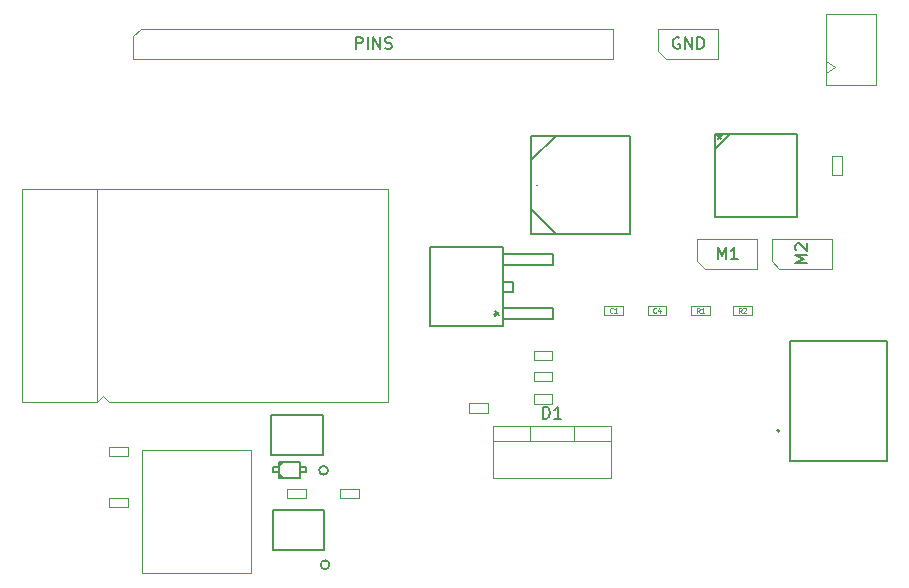
<source format=gbr>
%TF.GenerationSoftware,KiCad,Pcbnew,(5.1.9-0-10_14)*%
%TF.CreationDate,2021-04-08T19:41:26-04:00*%
%TF.ProjectId,RoboCloud,526f626f-436c-46f7-9564-2e6b69636164,rev?*%
%TF.SameCoordinates,Original*%
%TF.FileFunction,Other,Fab,Top*%
%FSLAX46Y46*%
G04 Gerber Fmt 4.6, Leading zero omitted, Abs format (unit mm)*
G04 Created by KiCad (PCBNEW (5.1.9-0-10_14)) date 2021-04-08 19:41:26*
%MOMM*%
%LPD*%
G01*
G04 APERTURE LIST*
%ADD10C,0.127000*%
%ADD11C,0.200000*%
%ADD12C,0.100000*%
%ADD13C,0.152400*%
%ADD14C,0.150000*%
%ADD15C,0.060000*%
G04 APERTURE END LIST*
D10*
%TO.C,J2*%
X197140000Y-103378000D02*
X188940000Y-103378000D01*
X188940000Y-103378000D02*
X188940000Y-93218000D01*
X188940000Y-93218000D02*
X197140000Y-93218000D01*
X197140000Y-93218000D02*
X197140000Y-103378000D01*
D11*
X188040000Y-100838000D02*
G75*
G03*
X188040000Y-100838000I-100000J0D01*
G01*
D12*
%TO.C,REF\u002A\u002A*%
X152438000Y-106584500D02*
X150838000Y-106584500D01*
X152438000Y-105759500D02*
X152438000Y-106584500D01*
X150838000Y-105759500D02*
X152438000Y-105759500D01*
X150838000Y-106584500D02*
X150838000Y-105759500D01*
%TO.C,C*%
X147929500Y-106572000D02*
X146329500Y-106572000D01*
X147929500Y-105772000D02*
X147929500Y-106572000D01*
X146329500Y-105772000D02*
X147929500Y-105772000D01*
X146329500Y-106572000D02*
X146329500Y-105772000D01*
D13*
%TO.C,SW1*%
X149517100Y-107518200D02*
X145122900Y-107518200D01*
X145122900Y-107518200D02*
X145122900Y-110921800D01*
X145122900Y-110921800D02*
X149517100Y-110921800D01*
X149517100Y-110921800D02*
X149517100Y-107518200D01*
X149951001Y-112200000D02*
G75*
G03*
X149951001Y-112200000I-381000J0D01*
G01*
D12*
%TO.C,REF\u002A\u002A*%
X192000000Y-71580000D02*
X192000000Y-65580000D01*
X196250000Y-71580000D02*
X196250000Y-65580000D01*
X192000000Y-71580000D02*
X196250000Y-71580000D01*
X192000000Y-65580000D02*
X196250000Y-65580000D01*
X192000000Y-70580000D02*
X192707107Y-70080000D01*
X192707107Y-70080000D02*
X192000000Y-69580000D01*
%TO.C,D1*%
X170607600Y-100482000D02*
X170607600Y-101752000D01*
X166907600Y-100482000D02*
X166907600Y-101752000D01*
X163757600Y-101752000D02*
X173757600Y-101752000D01*
X173757600Y-100482000D02*
X163757600Y-100482000D01*
X173757600Y-104882000D02*
X173757600Y-100482000D01*
X163757600Y-104882000D02*
X173757600Y-104882000D01*
X163757600Y-100482000D02*
X163757600Y-104882000D01*
%TO.C,U2*%
X131236000Y-98408000D02*
X154936000Y-98408000D01*
X130736000Y-97908000D02*
X130236000Y-98408000D01*
X131236000Y-98408000D02*
X130736000Y-97908000D01*
X154936000Y-98408000D02*
X154936000Y-80408000D01*
X123936000Y-98408000D02*
X130236000Y-98408000D01*
X123933000Y-98408000D02*
X123933000Y-80408000D01*
X123936000Y-80408000D02*
X154936000Y-80408000D01*
X130233000Y-80408000D02*
X130233000Y-98408000D01*
%TO.C,M2*%
X187388500Y-86487000D02*
X187388500Y-84582000D01*
X187388500Y-84582000D02*
X192468500Y-84582000D01*
X192468500Y-84582000D02*
X192468500Y-87122000D01*
X192468500Y-87122000D02*
X188023500Y-87122000D01*
X188023500Y-87122000D02*
X187388500Y-86487000D01*
%TO.C,C1*%
X174790000Y-91078000D02*
X173190000Y-91078000D01*
X174790000Y-90278000D02*
X174790000Y-91078000D01*
X173190000Y-90278000D02*
X174790000Y-90278000D01*
X173190000Y-91078000D02*
X173190000Y-90278000D01*
D13*
%TO.C,C2*%
X167551100Y-80010000D02*
G75*
G03*
X167551100Y-80010000I0J0D01*
G01*
X167043100Y-75857100D02*
X167043100Y-84162900D01*
X175348900Y-75857100D02*
X167043100Y-75857100D01*
X175348900Y-84162900D02*
X175348900Y-75857100D01*
X167043100Y-84162900D02*
X175348900Y-84162900D01*
X167043100Y-82086450D02*
X169119550Y-84162900D01*
X167043100Y-77933550D02*
X169119550Y-75857100D01*
D12*
%TO.C,C3*%
X161760000Y-98533000D02*
X163360000Y-98533000D01*
X161760000Y-99333000D02*
X161760000Y-98533000D01*
X163360000Y-99333000D02*
X161760000Y-99333000D01*
X163360000Y-98533000D02*
X163360000Y-99333000D01*
%TO.C,C4*%
X176873000Y-91078000D02*
X176873000Y-90278000D01*
X176873000Y-90278000D02*
X178473000Y-90278000D01*
X178473000Y-90278000D02*
X178473000Y-91078000D01*
X178473000Y-91078000D02*
X176873000Y-91078000D01*
%TO.C,C5*%
X167221000Y-98571000D02*
X167221000Y-97771000D01*
X167221000Y-97771000D02*
X168821000Y-97771000D01*
X168821000Y-97771000D02*
X168821000Y-98571000D01*
X168821000Y-98571000D02*
X167221000Y-98571000D01*
%TO.C,C6*%
X167221000Y-96666000D02*
X167221000Y-95866000D01*
X167221000Y-95866000D02*
X168821000Y-95866000D01*
X168821000Y-95866000D02*
X168821000Y-96666000D01*
X168821000Y-96666000D02*
X167221000Y-96666000D01*
%TO.C,C7*%
X168821000Y-94888000D02*
X167221000Y-94888000D01*
X168821000Y-94088000D02*
X168821000Y-94888000D01*
X167221000Y-94088000D02*
X168821000Y-94088000D01*
X167221000Y-94888000D02*
X167221000Y-94088000D01*
D13*
%TO.C,D2*%
X145656300Y-103466900D02*
X145656300Y-104813100D01*
X147459700Y-103466900D02*
X145656300Y-103466900D01*
X147459700Y-104813100D02*
X147459700Y-103466900D01*
X145656300Y-104813100D02*
X147459700Y-104813100D01*
X145656300Y-104476550D02*
X145992850Y-104813100D01*
X145656300Y-103803450D02*
X145992850Y-103466900D01*
X147916900Y-103936800D02*
X147459700Y-103936800D01*
X147916900Y-104343200D02*
X147916900Y-103936800D01*
X147459700Y-104343200D02*
X147916900Y-104343200D01*
X147459700Y-103936800D02*
X147459700Y-104343200D01*
X145199100Y-104343200D02*
X145656300Y-104343200D01*
X145199100Y-103936800D02*
X145199100Y-104343200D01*
X145656300Y-103936800D02*
X145199100Y-103936800D01*
X145656300Y-104343200D02*
X145656300Y-103936800D01*
D12*
%TO.C,PINS*%
X173990000Y-69342000D02*
X133350000Y-69342000D01*
X173990000Y-66802000D02*
X173990000Y-69342000D01*
X133985000Y-66802000D02*
X173990000Y-66802000D01*
X133350000Y-67437000D02*
X133985000Y-66802000D01*
X133350000Y-69342000D02*
X133350000Y-67437000D01*
%TO.C,J3*%
X134084000Y-112926000D02*
X134084000Y-102476000D01*
X134084000Y-102476000D02*
X143284000Y-102476000D01*
X134084000Y-112926000D02*
X143284000Y-112926000D01*
X143284000Y-112926000D02*
X143284000Y-102476000D01*
%TO.C,GND*%
X178435000Y-69342000D02*
X177800000Y-68707000D01*
X182880000Y-69342000D02*
X178435000Y-69342000D01*
X182880000Y-66802000D02*
X182880000Y-69342000D01*
X177800000Y-66802000D02*
X182880000Y-66802000D01*
X177800000Y-68707000D02*
X177800000Y-66802000D01*
%TO.C,M1*%
X181102000Y-86487000D02*
X181102000Y-84582000D01*
X181102000Y-84582000D02*
X186182000Y-84582000D01*
X186182000Y-84582000D02*
X186182000Y-87122000D01*
X186182000Y-87122000D02*
X181737000Y-87122000D01*
X181737000Y-87122000D02*
X181102000Y-86487000D01*
%TO.C,R1*%
X182156000Y-91090500D02*
X180556000Y-91090500D01*
X182156000Y-90265500D02*
X182156000Y-91090500D01*
X180556000Y-90265500D02*
X182156000Y-90265500D01*
X180556000Y-91090500D02*
X180556000Y-90265500D01*
%TO.C,R2*%
X184112000Y-90265500D02*
X185712000Y-90265500D01*
X184112000Y-91090500D02*
X184112000Y-90265500D01*
X185712000Y-91090500D02*
X184112000Y-91090500D01*
X185712000Y-90265500D02*
X185712000Y-91090500D01*
%TO.C,Re*%
X192500500Y-77559000D02*
X193325500Y-77559000D01*
X193325500Y-77559000D02*
X193325500Y-79159000D01*
X193325500Y-79159000D02*
X192500500Y-79159000D01*
X192500500Y-79159000D02*
X192500500Y-77559000D01*
%TO.C,R4*%
X131280000Y-102203500D02*
X132880000Y-102203500D01*
X131280000Y-103028500D02*
X131280000Y-102203500D01*
X132880000Y-103028500D02*
X131280000Y-103028500D01*
X132880000Y-102203500D02*
X132880000Y-103028500D01*
%TO.C,R5*%
X131280000Y-107346500D02*
X131280000Y-106521500D01*
X131280000Y-106521500D02*
X132880000Y-106521500D01*
X132880000Y-106521500D02*
X132880000Y-107346500D01*
X132880000Y-107346500D02*
X131280000Y-107346500D01*
D13*
%TO.C,SW1*%
X149824001Y-104199000D02*
G75*
G03*
X149824001Y-104199000I-381000J0D01*
G01*
X149390100Y-102920800D02*
X149390100Y-99517200D01*
X144995900Y-102920800D02*
X149390100Y-102920800D01*
X144995900Y-99517200D02*
X144995900Y-102920800D01*
X149390100Y-99517200D02*
X144995900Y-99517200D01*
%TO.C,U1*%
X182554999Y-82748001D02*
X182554999Y-82748001D01*
X182554999Y-75747999D02*
X182554999Y-82748001D01*
X182554999Y-75747999D02*
X182554999Y-75747999D01*
X189555001Y-75747999D02*
X182554999Y-75747999D01*
X189555001Y-75747999D02*
X189555001Y-75747999D01*
X189555001Y-82748001D02*
X189555001Y-75747999D01*
X189555001Y-82748001D02*
X189555001Y-82748001D01*
X182554999Y-82748001D02*
X189555001Y-82748001D01*
X189555001Y-76373000D02*
X189555001Y-76373000D01*
X189555001Y-76623000D02*
X189555001Y-76373000D01*
X189555001Y-76623000D02*
X189555001Y-76623000D01*
X189555001Y-76373000D02*
X189555001Y-76623000D01*
X189555001Y-76873000D02*
X189555001Y-76873000D01*
X189555001Y-77123000D02*
X189555001Y-76873000D01*
X189555001Y-77123000D02*
X189555001Y-77123000D01*
X189555001Y-76873000D02*
X189555001Y-77123000D01*
X189555001Y-77373000D02*
X189555001Y-77373000D01*
X189555001Y-77623000D02*
X189555001Y-77373000D01*
X189555001Y-77623000D02*
X189555001Y-77623000D01*
X189555001Y-77373000D02*
X189555001Y-77623000D01*
X189555001Y-77873000D02*
X189555001Y-77873000D01*
X189555001Y-78123000D02*
X189555001Y-77873000D01*
X189555001Y-78123000D02*
X189555001Y-78123000D01*
X189555001Y-77873000D02*
X189555001Y-78123000D01*
X189555001Y-78373000D02*
X189555001Y-78373000D01*
X189555001Y-78623000D02*
X189555001Y-78373000D01*
X189555001Y-78623000D02*
X189555001Y-78623000D01*
X189555001Y-78373000D02*
X189555001Y-78623000D01*
X189555001Y-78873000D02*
X189555001Y-78873000D01*
X189555001Y-79123000D02*
X189555001Y-78873000D01*
X189555001Y-79123000D02*
X189555001Y-79123000D01*
X189555001Y-78873000D02*
X189555001Y-79123000D01*
X189555001Y-79373000D02*
X189555001Y-79373000D01*
X189555001Y-79623000D02*
X189555001Y-79373000D01*
X189555001Y-79623000D02*
X189555001Y-79623000D01*
X189555001Y-79373000D02*
X189555001Y-79623000D01*
X189555001Y-79873000D02*
X189555001Y-79873000D01*
X189555001Y-80123000D02*
X189555001Y-79873000D01*
X189555001Y-80123000D02*
X189555001Y-80123000D01*
X189555001Y-79873000D02*
X189555001Y-80123000D01*
X189555001Y-80373000D02*
X189555001Y-80373000D01*
X189555001Y-80623000D02*
X189555001Y-80373000D01*
X189555001Y-80623000D02*
X189555001Y-80623000D01*
X189555001Y-80373000D02*
X189555001Y-80623000D01*
X189555001Y-80873000D02*
X189555001Y-80873000D01*
X189555001Y-81123000D02*
X189555001Y-80873000D01*
X189555001Y-81123000D02*
X189555001Y-81123000D01*
X189555001Y-80873000D02*
X189555001Y-81123000D01*
X189555001Y-81373000D02*
X189555001Y-81373000D01*
X189555001Y-81623000D02*
X189555001Y-81373000D01*
X189555001Y-81623000D02*
X189555001Y-81623000D01*
X189555001Y-81373000D02*
X189555001Y-81623000D01*
X189555001Y-81873000D02*
X189555001Y-81873000D01*
X189555001Y-82123000D02*
X189555001Y-81873000D01*
X189555001Y-82123000D02*
X189555001Y-82123000D01*
X189555001Y-81873000D02*
X189555001Y-82123000D01*
X188930000Y-82748001D02*
X188930000Y-82748001D01*
X188680000Y-82748001D02*
X188930000Y-82748001D01*
X188680000Y-82748001D02*
X188680000Y-82748001D01*
X188930000Y-82748001D02*
X188680000Y-82748001D01*
X188430000Y-82748001D02*
X188430000Y-82748001D01*
X188180000Y-82748001D02*
X188430000Y-82748001D01*
X188180000Y-82748001D02*
X188180000Y-82748001D01*
X188430000Y-82748001D02*
X188180000Y-82748001D01*
X187930000Y-82748001D02*
X187930000Y-82748001D01*
X187680000Y-82748001D02*
X187930000Y-82748001D01*
X187680000Y-82748001D02*
X187680000Y-82748001D01*
X187930000Y-82748001D02*
X187680000Y-82748001D01*
X187430000Y-82748001D02*
X187430000Y-82748001D01*
X187180000Y-82748001D02*
X187430000Y-82748001D01*
X187180000Y-82748001D02*
X187180000Y-82748001D01*
X187430000Y-82748001D02*
X187180000Y-82748001D01*
X186930000Y-82748001D02*
X186930000Y-82748001D01*
X186680000Y-82748001D02*
X186930000Y-82748001D01*
X186680000Y-82748001D02*
X186680000Y-82748001D01*
X186930000Y-82748001D02*
X186680000Y-82748001D01*
X186430000Y-82748001D02*
X186430000Y-82748001D01*
X186180000Y-82748001D02*
X186430000Y-82748001D01*
X186180000Y-82748001D02*
X186180000Y-82748001D01*
X186430000Y-82748001D02*
X186180000Y-82748001D01*
X185930000Y-82748001D02*
X185930000Y-82748001D01*
X185680000Y-82748001D02*
X185930000Y-82748001D01*
X185680000Y-82748001D02*
X185680000Y-82748001D01*
X185930000Y-82748001D02*
X185680000Y-82748001D01*
X185430000Y-82748001D02*
X185430000Y-82748001D01*
X185180000Y-82748001D02*
X185430000Y-82748001D01*
X185180000Y-82748001D02*
X185180000Y-82748001D01*
X185430000Y-82748001D02*
X185180000Y-82748001D01*
X184930000Y-82748001D02*
X184930000Y-82748001D01*
X184680000Y-82748001D02*
X184930000Y-82748001D01*
X184680000Y-82748001D02*
X184680000Y-82748001D01*
X184930000Y-82748001D02*
X184680000Y-82748001D01*
X184430000Y-82748001D02*
X184430000Y-82748001D01*
X184180000Y-82748001D02*
X184430000Y-82748001D01*
X184180000Y-82748001D02*
X184180000Y-82748001D01*
X184430000Y-82748001D02*
X184180000Y-82748001D01*
X183930000Y-82748001D02*
X183930000Y-82748001D01*
X183680000Y-82748001D02*
X183930000Y-82748001D01*
X183680000Y-82748001D02*
X183680000Y-82748001D01*
X183930000Y-82748001D02*
X183680000Y-82748001D01*
X183430000Y-82748001D02*
X183430000Y-82748001D01*
X183180000Y-82748001D02*
X183430000Y-82748001D01*
X183180000Y-82748001D02*
X183180000Y-82748001D01*
X183430000Y-82748001D02*
X183180000Y-82748001D01*
X182554999Y-82123000D02*
X182554999Y-82123000D01*
X182554999Y-81873000D02*
X182554999Y-82123000D01*
X182554999Y-81873000D02*
X182554999Y-81873000D01*
X182554999Y-82123000D02*
X182554999Y-81873000D01*
X182554999Y-81623000D02*
X182554999Y-81623000D01*
X182554999Y-81373000D02*
X182554999Y-81623000D01*
X182554999Y-81373000D02*
X182554999Y-81373000D01*
X182554999Y-81623000D02*
X182554999Y-81373000D01*
X182554999Y-81123000D02*
X182554999Y-81123000D01*
X182554999Y-80873000D02*
X182554999Y-81123000D01*
X182554999Y-80873000D02*
X182554999Y-80873000D01*
X182554999Y-81123000D02*
X182554999Y-80873000D01*
X182554999Y-80623000D02*
X182554999Y-80623000D01*
X182554999Y-80373000D02*
X182554999Y-80623000D01*
X182554999Y-80373000D02*
X182554999Y-80373000D01*
X182554999Y-80623000D02*
X182554999Y-80373000D01*
X182554999Y-80123000D02*
X182554999Y-80123000D01*
X182554999Y-79873000D02*
X182554999Y-80123000D01*
X182554999Y-79873000D02*
X182554999Y-79873000D01*
X182554999Y-80123000D02*
X182554999Y-79873000D01*
X182554999Y-79623000D02*
X182554999Y-79623000D01*
X182554999Y-79373000D02*
X182554999Y-79623000D01*
X182554999Y-79373000D02*
X182554999Y-79373000D01*
X182554999Y-79623000D02*
X182554999Y-79373000D01*
X182554999Y-79123000D02*
X182554999Y-79123000D01*
X182554999Y-78873000D02*
X182554999Y-79123000D01*
X182554999Y-78873000D02*
X182554999Y-78873000D01*
X182554999Y-79123000D02*
X182554999Y-78873000D01*
X182554999Y-78623000D02*
X182554999Y-78623000D01*
X182554999Y-78373000D02*
X182554999Y-78623000D01*
X182554999Y-78373000D02*
X182554999Y-78373000D01*
X182554999Y-78623000D02*
X182554999Y-78373000D01*
X182554999Y-78123000D02*
X182554999Y-78123000D01*
X182554999Y-77873000D02*
X182554999Y-78123000D01*
X182554999Y-77873000D02*
X182554999Y-77873000D01*
X182554999Y-78123000D02*
X182554999Y-77873000D01*
X182554999Y-77623000D02*
X182554999Y-77623000D01*
X182554999Y-77373000D02*
X182554999Y-77623000D01*
X182554999Y-77373000D02*
X182554999Y-77373000D01*
X182554999Y-77623000D02*
X182554999Y-77373000D01*
X182554999Y-77123000D02*
X182554999Y-77123000D01*
X182554999Y-76873000D02*
X182554999Y-77123000D01*
X182554999Y-76873000D02*
X182554999Y-76873000D01*
X182554999Y-77123000D02*
X182554999Y-76873000D01*
X182554999Y-76623000D02*
X182554999Y-76623000D01*
X182554999Y-76373000D02*
X182554999Y-76623000D01*
X182554999Y-76373000D02*
X182554999Y-76373000D01*
X182554999Y-76623000D02*
X182554999Y-76373000D01*
X183180000Y-75747999D02*
X183180000Y-75747999D01*
X183430000Y-75747999D02*
X183180000Y-75747999D01*
X183430000Y-75747999D02*
X183430000Y-75747999D01*
X183180000Y-75747999D02*
X183430000Y-75747999D01*
X183680000Y-75747999D02*
X183680000Y-75747999D01*
X183930000Y-75747999D02*
X183680000Y-75747999D01*
X183930000Y-75747999D02*
X183930000Y-75747999D01*
X183680000Y-75747999D02*
X183930000Y-75747999D01*
X184180000Y-75747999D02*
X184180000Y-75747999D01*
X184430000Y-75747999D02*
X184180000Y-75747999D01*
X184430000Y-75747999D02*
X184430000Y-75747999D01*
X184180000Y-75747999D02*
X184430000Y-75747999D01*
X184680000Y-75747999D02*
X184680000Y-75747999D01*
X184930000Y-75747999D02*
X184680000Y-75747999D01*
X184930000Y-75747999D02*
X184930000Y-75747999D01*
X184680000Y-75747999D02*
X184930000Y-75747999D01*
X185180000Y-75747999D02*
X185180000Y-75747999D01*
X185430000Y-75747999D02*
X185180000Y-75747999D01*
X185430000Y-75747999D02*
X185430000Y-75747999D01*
X185180000Y-75747999D02*
X185430000Y-75747999D01*
X185680000Y-75747999D02*
X185680000Y-75747999D01*
X185930000Y-75747999D02*
X185680000Y-75747999D01*
X185930000Y-75747999D02*
X185930000Y-75747999D01*
X185680000Y-75747999D02*
X185930000Y-75747999D01*
X186180000Y-75747999D02*
X186180000Y-75747999D01*
X186430000Y-75747999D02*
X186180000Y-75747999D01*
X186430000Y-75747999D02*
X186430000Y-75747999D01*
X186180000Y-75747999D02*
X186430000Y-75747999D01*
X186680000Y-75747999D02*
X186680000Y-75747999D01*
X186930000Y-75747999D02*
X186680000Y-75747999D01*
X186930000Y-75747999D02*
X186930000Y-75747999D01*
X186680000Y-75747999D02*
X186930000Y-75747999D01*
X187180000Y-75747999D02*
X187180000Y-75747999D01*
X187430000Y-75747999D02*
X187180000Y-75747999D01*
X187430000Y-75747999D02*
X187430000Y-75747999D01*
X187180000Y-75747999D02*
X187430000Y-75747999D01*
X187680000Y-75747999D02*
X187680000Y-75747999D01*
X187930000Y-75747999D02*
X187680000Y-75747999D01*
X187930000Y-75747999D02*
X187930000Y-75747999D01*
X187680000Y-75747999D02*
X187930000Y-75747999D01*
X188180000Y-75747999D02*
X188180000Y-75747999D01*
X188430000Y-75747999D02*
X188180000Y-75747999D01*
X188430000Y-75747999D02*
X188430000Y-75747999D01*
X188180000Y-75747999D02*
X188430000Y-75747999D01*
X188680000Y-75747999D02*
X188680000Y-75747999D01*
X188930000Y-75747999D02*
X188680000Y-75747999D01*
X188930000Y-75747999D02*
X188930000Y-75747999D01*
X188680000Y-75747999D02*
X188930000Y-75747999D01*
X182554999Y-77017999D02*
X183824999Y-75747999D01*
X158432500Y-92011500D02*
X164655500Y-92011500D01*
X158432500Y-85280500D02*
X158432500Y-92011500D01*
X164655500Y-85280500D02*
X158432500Y-85280500D01*
X164655500Y-92011500D02*
X164655500Y-85280500D01*
X165493700Y-88226900D02*
X164655500Y-88226900D01*
X165493700Y-89065100D02*
X165493700Y-88226900D01*
X164655500Y-89065100D02*
X165493700Y-89065100D01*
X168846500Y-85911499D02*
X164655500Y-85911499D01*
X168846500Y-86800499D02*
X168846500Y-85911499D01*
X164655500Y-86800499D02*
X168846500Y-86800499D01*
X164655500Y-85911499D02*
X164655500Y-86800499D01*
X168846500Y-90491501D02*
X164655500Y-90491501D01*
X168846500Y-91380501D02*
X168846500Y-90491501D01*
X164655500Y-91380501D02*
X168846500Y-91380501D01*
X164655500Y-90491501D02*
X164655500Y-91380501D01*
%TD*%
%TO.C,D1*%
D14*
X168019504Y-99814380D02*
X168019504Y-98814380D01*
X168257600Y-98814380D01*
X168400457Y-98862000D01*
X168495695Y-98957238D01*
X168543314Y-99052476D01*
X168590933Y-99242952D01*
X168590933Y-99385809D01*
X168543314Y-99576285D01*
X168495695Y-99671523D01*
X168400457Y-99766761D01*
X168257600Y-99814380D01*
X168019504Y-99814380D01*
X169543314Y-99814380D02*
X168971885Y-99814380D01*
X169257600Y-99814380D02*
X169257600Y-98814380D01*
X169162361Y-98957238D01*
X169067123Y-99052476D01*
X168971885Y-99100095D01*
%TO.C,M2*%
X190380880Y-86661523D02*
X189380880Y-86661523D01*
X190095166Y-86328190D01*
X189380880Y-85994857D01*
X190380880Y-85994857D01*
X189476119Y-85566285D02*
X189428500Y-85518666D01*
X189380880Y-85423428D01*
X189380880Y-85185333D01*
X189428500Y-85090095D01*
X189476119Y-85042476D01*
X189571357Y-84994857D01*
X189666595Y-84994857D01*
X189809452Y-85042476D01*
X190380880Y-85613904D01*
X190380880Y-84994857D01*
%TO.C,C1*%
D15*
X173923333Y-90820857D02*
X173904285Y-90839904D01*
X173847142Y-90858952D01*
X173809047Y-90858952D01*
X173751904Y-90839904D01*
X173713809Y-90801809D01*
X173694761Y-90763714D01*
X173675714Y-90687523D01*
X173675714Y-90630380D01*
X173694761Y-90554190D01*
X173713809Y-90516095D01*
X173751904Y-90478000D01*
X173809047Y-90458952D01*
X173847142Y-90458952D01*
X173904285Y-90478000D01*
X173923333Y-90497047D01*
X174304285Y-90858952D02*
X174075714Y-90858952D01*
X174190000Y-90858952D02*
X174190000Y-90458952D01*
X174151904Y-90516095D01*
X174113809Y-90554190D01*
X174075714Y-90573238D01*
%TO.C,C4*%
X177606333Y-90820857D02*
X177587285Y-90839904D01*
X177530142Y-90858952D01*
X177492047Y-90858952D01*
X177434904Y-90839904D01*
X177396809Y-90801809D01*
X177377761Y-90763714D01*
X177358714Y-90687523D01*
X177358714Y-90630380D01*
X177377761Y-90554190D01*
X177396809Y-90516095D01*
X177434904Y-90478000D01*
X177492047Y-90458952D01*
X177530142Y-90458952D01*
X177587285Y-90478000D01*
X177606333Y-90497047D01*
X177949190Y-90592285D02*
X177949190Y-90858952D01*
X177853952Y-90439904D02*
X177758714Y-90725619D01*
X178006333Y-90725619D01*
%TO.C,PINS*%
D14*
X152170000Y-68524380D02*
X152170000Y-67524380D01*
X152550952Y-67524380D01*
X152646190Y-67572000D01*
X152693809Y-67619619D01*
X152741428Y-67714857D01*
X152741428Y-67857714D01*
X152693809Y-67952952D01*
X152646190Y-68000571D01*
X152550952Y-68048190D01*
X152170000Y-68048190D01*
X153170000Y-68524380D02*
X153170000Y-67524380D01*
X153646190Y-68524380D02*
X153646190Y-67524380D01*
X154217619Y-68524380D01*
X154217619Y-67524380D01*
X154646190Y-68476761D02*
X154789047Y-68524380D01*
X155027142Y-68524380D01*
X155122380Y-68476761D01*
X155170000Y-68429142D01*
X155217619Y-68333904D01*
X155217619Y-68238666D01*
X155170000Y-68143428D01*
X155122380Y-68095809D01*
X155027142Y-68048190D01*
X154836666Y-68000571D01*
X154741428Y-67952952D01*
X154693809Y-67905333D01*
X154646190Y-67810095D01*
X154646190Y-67714857D01*
X154693809Y-67619619D01*
X154741428Y-67572000D01*
X154836666Y-67524380D01*
X155074761Y-67524380D01*
X155217619Y-67572000D01*
%TO.C,GND*%
X179578095Y-67572000D02*
X179482857Y-67524380D01*
X179340000Y-67524380D01*
X179197142Y-67572000D01*
X179101904Y-67667238D01*
X179054285Y-67762476D01*
X179006666Y-67952952D01*
X179006666Y-68095809D01*
X179054285Y-68286285D01*
X179101904Y-68381523D01*
X179197142Y-68476761D01*
X179340000Y-68524380D01*
X179435238Y-68524380D01*
X179578095Y-68476761D01*
X179625714Y-68429142D01*
X179625714Y-68095809D01*
X179435238Y-68095809D01*
X180054285Y-68524380D02*
X180054285Y-67524380D01*
X180625714Y-68524380D01*
X180625714Y-67524380D01*
X181101904Y-68524380D02*
X181101904Y-67524380D01*
X181340000Y-67524380D01*
X181482857Y-67572000D01*
X181578095Y-67667238D01*
X181625714Y-67762476D01*
X181673333Y-67952952D01*
X181673333Y-68095809D01*
X181625714Y-68286285D01*
X181578095Y-68381523D01*
X181482857Y-68476761D01*
X181340000Y-68524380D01*
X181101904Y-68524380D01*
%TO.C,M1*%
X182832476Y-86304380D02*
X182832476Y-85304380D01*
X183165809Y-86018666D01*
X183499142Y-85304380D01*
X183499142Y-86304380D01*
X184499142Y-86304380D02*
X183927714Y-86304380D01*
X184213428Y-86304380D02*
X184213428Y-85304380D01*
X184118190Y-85447238D01*
X184022952Y-85542476D01*
X183927714Y-85590095D01*
%TO.C,R1*%
D15*
X181289333Y-90858952D02*
X181156000Y-90668476D01*
X181060761Y-90858952D02*
X181060761Y-90458952D01*
X181213142Y-90458952D01*
X181251238Y-90478000D01*
X181270285Y-90497047D01*
X181289333Y-90535142D01*
X181289333Y-90592285D01*
X181270285Y-90630380D01*
X181251238Y-90649428D01*
X181213142Y-90668476D01*
X181060761Y-90668476D01*
X181670285Y-90858952D02*
X181441714Y-90858952D01*
X181556000Y-90858952D02*
X181556000Y-90458952D01*
X181517904Y-90516095D01*
X181479809Y-90554190D01*
X181441714Y-90573238D01*
%TO.C,R2*%
X184845333Y-90858952D02*
X184712000Y-90668476D01*
X184616761Y-90858952D02*
X184616761Y-90458952D01*
X184769142Y-90458952D01*
X184807238Y-90478000D01*
X184826285Y-90497047D01*
X184845333Y-90535142D01*
X184845333Y-90592285D01*
X184826285Y-90630380D01*
X184807238Y-90649428D01*
X184769142Y-90668476D01*
X184616761Y-90668476D01*
X184997714Y-90497047D02*
X185016761Y-90478000D01*
X185054857Y-90458952D01*
X185150095Y-90458952D01*
X185188190Y-90478000D01*
X185207238Y-90497047D01*
X185226285Y-90535142D01*
X185226285Y-90573238D01*
X185207238Y-90630380D01*
X184978666Y-90858952D01*
X185226285Y-90858952D01*
%TO.C,U1*%
D14*
X182955000Y-75700380D02*
X182955000Y-75938476D01*
X182716904Y-75843238D02*
X182955000Y-75938476D01*
X183193095Y-75843238D01*
X182812142Y-76128952D02*
X182955000Y-75938476D01*
X183097857Y-76128952D01*
X182955000Y-75700380D02*
X182955000Y-75938476D01*
X182716904Y-75843238D02*
X182955000Y-75938476D01*
X183193095Y-75843238D01*
X182812142Y-76128952D02*
X182955000Y-75938476D01*
X183097857Y-76128952D01*
X163853880Y-90936001D02*
X164091976Y-90936001D01*
X163996738Y-91174096D02*
X164091976Y-90936001D01*
X163996738Y-90697905D01*
X164282452Y-91078858D02*
X164091976Y-90936001D01*
X164282452Y-90793143D01*
%TD*%
M02*

</source>
